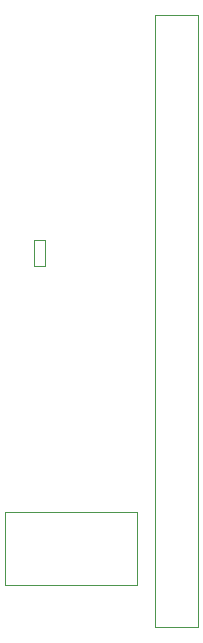
<source format=gbr>
G04 #@! TF.GenerationSoftware,KiCad,Pcbnew,(6.0.7)*
G04 #@! TF.CreationDate,2022-09-22T23:06:15+05:30*
G04 #@! TF.ProjectId,Mitayi-Pico-RP2040,4d697461-7969-42d5-9069-636f2d525032,0.4*
G04 #@! TF.SameCoordinates,PX825e060PY6d4a840*
G04 #@! TF.FileFunction,Other,User*
%FSLAX46Y46*%
G04 Gerber Fmt 4.6, Leading zero omitted, Abs format (unit mm)*
G04 Created by KiCad (PCBNEW (6.0.7)) date 2022-09-22 23:06:15*
%MOMM*%
%LPD*%
G01*
G04 APERTURE LIST*
%ADD10C,0.050000*%
G04 APERTURE END LIST*
D10*
X8235000Y32445000D02*
X7295000Y32445000D01*
X7295000Y32445000D02*
X7295000Y30285000D01*
X8235000Y30285000D02*
X8235000Y32445000D01*
X7295000Y30285000D02*
X8235000Y30285000D01*
X16075000Y3250000D02*
X4875000Y3250000D01*
X4875000Y3250000D02*
X4875000Y9400000D01*
X4875000Y9400000D02*
X16075000Y9400000D01*
X16075000Y9400000D02*
X16075000Y3250000D01*
X17600000Y-350000D02*
X17600000Y51500000D01*
X21200000Y51500000D02*
X21200000Y-350000D01*
X17600000Y51500000D02*
X21200000Y51500000D01*
X21200000Y-350000D02*
X17600000Y-350000D01*
M02*

</source>
